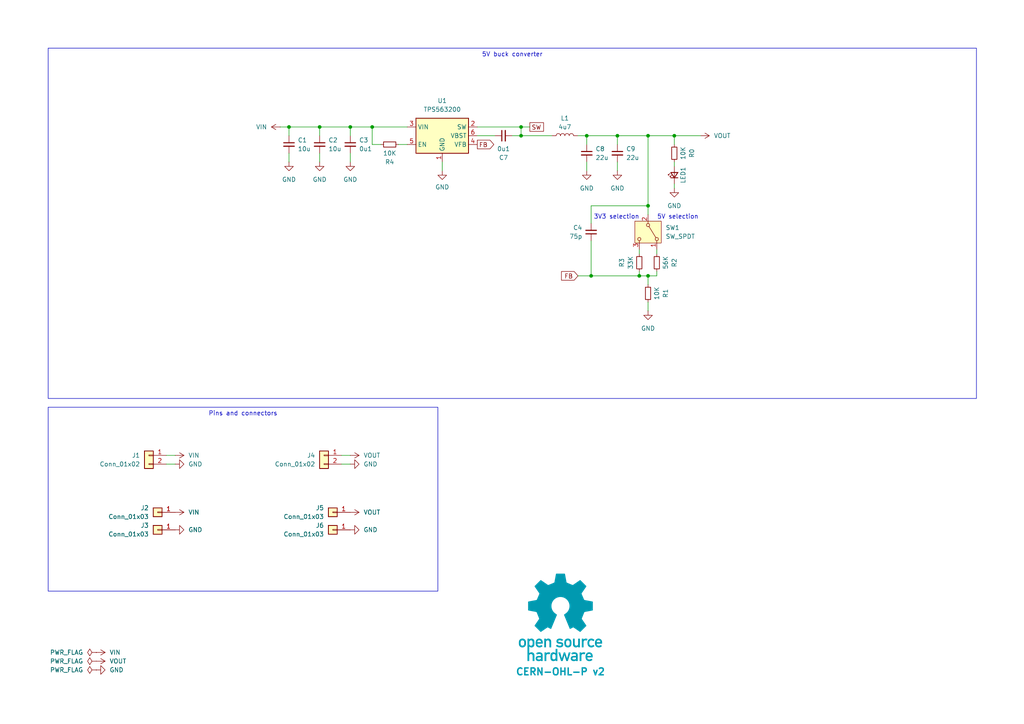
<source format=kicad_sch>
(kicad_sch (version 20231120) (generator "eeschema") (generator_version "8.0")
  (paper "A4")
  (lib_symbols
    (symbol "Connector_Generic:Conn_01x01" (pin_names (offset 1.016) hide)
      (property "Reference" "J" (at 0 2.54 0))
      (property "Value" "Conn_01x01" (at 0 -2.54 0))
      (symbol "Conn_01x01_1_1"
        (rectangle (start -1.27 0.127) (end 0 -0.127) (stroke (width 0.1524)))
        (rectangle (start -1.27 1.27) (end 1.27 -1.27) (stroke (width 0.254)) (fill (type background)))
        (pin passive line (at -5.08 0 0) (length 3.81) (name "Pin_1") (number "1"))
      )
    )
    (symbol "Connector_Generic:Conn_01x02" (pin_names (offset 1.016) hide)
      (property "Reference" "J" (at 0 2.54 0))
      (property "Value" "Conn_01x02" (at 0 -5.08 0))
      (symbol "Conn_01x02_1_1"
        (rectangle (start -1.27 -2.413) (end 0 -2.667) (stroke (width 0.1524)))
        (rectangle (start -1.27 0.127) (end 0 -0.127) (stroke (width 0.1524)))
        (rectangle (start -1.27 1.27) (end 1.27 -3.81) (stroke (width 0.254)) (fill (type background)))
        (pin passive line (at -5.08 0 0) (length 3.81) (name "Pin_1") (number "1"))
        (pin passive line (at -5.08 -2.54 0) (length 3.81) (name "Pin_2") (number "2"))
      )
    )
    (symbol "Device:C_Small" (pin_numbers hide) (pin_names (offset 0.254) hide)
      (property "Reference" "C" (at 0.254 1.778 0))
      (property "Value" "C_Small" (at 0.254 -2.032 0))
      (symbol "C_Small_0_1"
        (polyline (pts (xy -1.524 -0.508) (xy 1.524 -0.508)) (stroke (width 0.3302)))
        (polyline (pts (xy -1.524 0.508) (xy 1.524 0.508)) (stroke (width 0.3048)))
      )
      (symbol "C_Small_1_1"
        (pin passive line (at 0 2.54 270) (length 2.032) (name "~") (number "1"))
        (pin passive line (at 0 -2.54 90) (length 2.032) (name "~") (number "2"))
      )
    )
    (symbol "Device:L" (pin_numbers hide) (pin_names (offset 1.016) hide)
      (property "Reference" "L" (at -1.27 0 90))
      (property "Value" "L" (at 1.905 0 90))
      (symbol "L_0_1"
        (arc (start 0 -2.54) (mid 0.6323 -1.905) (end 0 -1.27))
        (arc (start 0 -1.27) (mid 0.6323 -0.635) (end 0 0))
        (arc (start 0 0) (mid 0.6323 0.635) (end 0 1.27))
        (arc (start 0 1.27) (mid 0.6323 1.905) (end 0 2.54))
      )
      (symbol "L_1_1"
        (pin passive line (at 0 3.81 270) (length 1.27) (name "1") (number "1"))
        (pin passive line (at 0 -3.81 90) (length 1.27) (name "2") (number "2"))
      )
    )
    (symbol "Device:LED_Small" (pin_numbers hide) (pin_names (offset 0.254) hide)
      (property "Reference" "D" (at -1.27 3.175 0))
      (property "Value" "LED_Small" (at -4.445 -2.54 0))
      (symbol "LED_Small_0_1"
        (polyline (pts (xy -0.762 -1.016) (xy -0.762 1.016)) (stroke (width 0.254)))
        (polyline (pts (xy 1.016 0) (xy -0.762 0)))
        (polyline (pts (xy 0.762 -1.016) (xy -0.762 0) (xy 0.762 1.016) (xy 0.762 -1.016)) (stroke (width 0.254)))
        (polyline (pts (xy 0 0.762) (xy -0.508 1.27) (xy -0.254 1.27) (xy -0.508 1.27) (xy -0.508 1.016)))
        (polyline (pts (xy 0.508 1.27) (xy 0 1.778) (xy 0.254 1.778) (xy 0 1.778) (xy 0 1.524)))
      )
      (symbol "LED_Small_1_1"
        (pin passive line (at -2.54 0 0) (length 1.778) (name "K") (number "1"))
        (pin passive line (at 2.54 0 180) (length 1.778) (name "A") (number "2"))
      )
    )
    (symbol "Device:R_Small" (pin_numbers hide) (pin_names (offset 0.254) hide)
      (property "Reference" "R" (at 0.762 0.508 0))
      (property "Value" "R_Small" (at 0.762 -1.016 0))
      (symbol "R_Small_0_1"
        (rectangle (start -0.762 1.778) (end 0.762 -1.778) (stroke (width 0.2032)))
      )
      (symbol "R_Small_1_1"
        (pin passive line (at 0 2.54 270) (length 0.762) (name "~") (number "1"))
        (pin passive line (at 0 -2.54 90) (length 0.762) (name "~") (number "2"))
      )
    )
    (symbol "Regulator_Switching:TPS563200"
      (property "Reference" "U" (at -7.62 6.35 0))
      (property "Value" "TPS563200" (at -2.54 6.35 0))
      (symbol "TPS563200_0_1"
        (rectangle (start -7.62 5.08) (end 7.62 -5.08) (stroke (width 0.254)) (fill (type background)))
      )
      (symbol "TPS563200_1_1"
        (pin power_in line (at 0 -7.62 90) (length 2.54) (name "GND") (number "1"))
        (pin output line (at 10.16 2.54 180) (length 2.54) (name "SW") (number "2"))
        (pin power_in line (at -10.16 2.54 0) (length 2.54) (name "VIN") (number "3"))
        (pin input line (at 10.16 -2.54 180) (length 2.54) (name "VFB") (number "4"))
        (pin input line (at -10.16 -2.54 0) (length 2.54) (name "EN") (number "5"))
        (pin passive line (at 10.16 0 180) (length 2.54) (name "VBST") (number "6"))
      )
    )
    (symbol "Switch:SW_SPDT" (pin_names (offset 0) hide)
      (property "Reference" "SW" (at 0 5.08 0))
      (property "Value" "SW_SPDT" (at 0 -5.08 0))
      (symbol "SW_SPDT_0_1"
        (circle (center -2.032 0) (radius 0.4572))
        (polyline (pts (xy -1.651 0.254) (xy 1.651 2.286)))
        (circle (center 2.032 -2.54) (radius 0.4572))
        (circle (center 2.032 2.54) (radius 0.4572))
      )
      (symbol "SW_SPDT_1_1"
        (rectangle (start -3.175 3.81) (end 3.175 -3.81) (fill (type background)))
        (pin passive line (at 5.08 2.54 180) (length 2.54) (name "A") (number "1"))
        (pin passive line (at -5.08 0 0) (length 2.54) (name "B") (number "2"))
        (pin passive line (at 5.08 -2.54 180) (length 2.54) (name "C") (number "3"))
      )
    )
    (symbol "power:GND" (power) (pin_numbers hide) (pin_names (offset 0) hide)
      (property "Value" "GND" (at 0 -3.81 0))
      (symbol "GND_0_1"
        (polyline (pts (xy 0 0) (xy 0 -1.27) (xy 1.27 -1.27) (xy 0 -2.54) (xy -1.27 -1.27) (xy 0 -1.27)))
      )
      (symbol "GND_1_1"
        (pin power_in line (at 0 0 270) (length 0) (name "~") (number "1"))
      )
    )
    (symbol "power:PWR_FLAG" (power) (pin_numbers hide) (pin_names (offset 0) hide)
      (property "Value" "PWR_FLAG" (at 0 3.81 0))
      (symbol "PWR_FLAG_0_0"
        (pin power_out line (at 0 0 90) (length 0) (name "~") (number "1"))
      )
      (symbol "PWR_FLAG_0_1"
        (polyline (pts (xy 0 0) (xy 0 1.27) (xy -1.016 1.905) (xy 0 2.54) (xy 1.016 1.905) (xy 0 1.27)))
      )
    )
    (symbol "power:VCC" (power) (pin_numbers hide) (pin_names (offset 0) hide)
      (property "Value" "VCC" (at 0 3.556 0))
      (symbol "VCC_0_1"
        (polyline (pts (xy -0.762 1.27) (xy 0 2.54)))
        (polyline (pts (xy 0 0) (xy 0 2.54)))
        (polyline (pts (xy 0 2.54) (xy 0.762 1.27)))
      )
      (symbol "VCC_1_1"
        (pin power_in line (at 0 0 90) (length 0) (name "~") (number "1"))
      )
    )
  )
  (junction (at 151.13 36.83))
  (junction (at 151.13 39.37))
  (junction (at 185.42 80.01))
  (junction (at 187.96 80.01))
  (junction (at 179.07 39.37))
  (junction (at 171.45 80.01))
  (junction (at 195.58 39.37))
  (junction (at 187.96 39.37))
  (junction (at 83.82 36.83))
  (junction (at 170.18 39.37))
  (junction (at 107.95 36.83))
  (junction (at 187.96 59.69))
  (junction (at 101.6 36.83))
  (junction (at 92.71 36.83))
  (wire (pts (xy 170.18 39.37) (xy 170.18 41.91)))
  (wire (pts (xy 115.57 41.91) (xy 118.11 41.91)))
  (wire (pts (xy 167.64 80.01) (xy 171.45 80.01)))
  (wire (pts (xy 92.71 36.83) (xy 101.6 36.83)))
  (wire (pts (xy 187.96 39.37) (xy 187.96 59.69)))
  (wire (pts (xy 128.27 49.53) (xy 128.27 46.99)))
  (wire (pts (xy 185.42 78.74) (xy 185.42 80.01)))
  (wire (pts (xy 187.96 39.37) (xy 195.58 39.37)))
  (wire (pts (xy 167.64 39.37) (xy 170.18 39.37)))
  (wire (pts (xy 171.45 69.85) (xy 171.45 80.01)))
  (wire (pts (xy 185.42 73.66) (xy 185.42 72.39)))
  (wire (pts (xy 203.2 39.37) (xy 195.58 39.37)))
  (wire (pts (xy 138.43 39.37) (xy 143.51 39.37)))
  (wire (pts (xy 92.71 39.37) (xy 92.71 36.83)))
  (wire (pts (xy 99.06 134.62) (xy 101.6 134.62)))
  (wire (pts (xy 195.58 46.99) (xy 195.58 48.26)))
  (wire (pts (xy 81.28 36.83) (xy 83.82 36.83)))
  (wire (pts (xy 171.45 59.69) (xy 187.96 59.69)))
  (wire (pts (xy 101.6 39.37) (xy 101.6 36.83)))
  (wire (pts (xy 101.6 132.08) (xy 99.06 132.08)))
  (wire (pts (xy 48.26 132.08) (xy 50.8 132.08)))
  (wire (pts (xy 171.45 64.77) (xy 171.45 59.69)))
  (wire (pts (xy 190.5 73.66) (xy 190.5 72.39)))
  (wire (pts (xy 171.45 80.01) (xy 185.42 80.01)))
  (wire (pts (xy 148.59 39.37) (xy 151.13 39.37)))
  (wire (pts (xy 151.13 36.83) (xy 153.67 36.83)))
  (wire (pts (xy 195.58 41.91) (xy 195.58 39.37)))
  (wire (pts (xy 107.95 41.91) (xy 110.49 41.91)))
  (wire (pts (xy 83.82 39.37) (xy 83.82 36.83)))
  (wire (pts (xy 179.07 41.91) (xy 179.07 39.37)))
  (wire (pts (xy 187.96 90.17) (xy 187.96 87.63)))
  (wire (pts (xy 187.96 59.69) (xy 187.96 62.23)))
  (wire (pts (xy 107.95 36.83) (xy 107.95 41.91)))
  (wire (pts (xy 101.6 46.99) (xy 101.6 44.45)))
  (wire (pts (xy 107.95 36.83) (xy 118.11 36.83)))
  (wire (pts (xy 170.18 39.37) (xy 179.07 39.37)))
  (wire (pts (xy 151.13 36.83) (xy 151.13 39.37)))
  (wire (pts (xy 92.71 46.99) (xy 92.71 44.45)))
  (wire (pts (xy 185.42 80.01) (xy 187.96 80.01)))
  (wire (pts (xy 187.96 39.37) (xy 179.07 39.37)))
  (wire (pts (xy 101.6 36.83) (xy 107.95 36.83)))
  (wire (pts (xy 48.26 134.62) (xy 50.8 134.62)))
  (wire (pts (xy 83.82 36.83) (xy 92.71 36.83)))
  (wire (pts (xy 190.5 80.01) (xy 187.96 80.01)))
  (wire (pts (xy 190.5 78.74) (xy 190.5 80.01)))
  (wire (pts (xy 179.07 49.53) (xy 179.07 46.99)))
  (wire (pts (xy 138.43 36.83) (xy 151.13 36.83)))
  (wire (pts (xy 187.96 80.01) (xy 187.96 82.55)))
  (wire (pts (xy 170.18 49.53) (xy 170.18 46.99)))
  (wire (pts (xy 83.82 46.99) (xy 83.82 44.45)))
  (wire (pts (xy 195.58 54.61) (xy 195.58 53.34)))
  (wire (pts (xy 151.13 39.37) (xy 160.02 39.37)))
  (image (at 162.56 179.07) (scale 0.37481))
  (text_box "Pins and connectors" (at 13.97 118.11 0) (size 113.03 53.34) (effects (font (size 1.27 1.27)) (justify top)))
  (text_box "5V buck converter\n" (at 13.97 13.97 0) (size 269.24 101.6) (effects (font (size 1.27 1.27)) (justify top)))
  (text "CERN-OHL-P v2" (at 162.56 195.072 0) (effects (font (size 2 2) (thickness 0.4) (bold yes))))
  (text "3V3 selection" (at 178.816 62.992 0) (effects (font (size 1.27 1.27))))
  (text "5V selection" (at 196.596 62.992 0) (effects (font (size 1.27 1.27))))
  (global_label "SW" (shape passive) (at 153.67 36.83 0) (property "Intersheetrefs" "${INTERSHEET_REFS}" (effects (hide yes))))
  (global_label "FB" (shape output) (at 138.43 41.91 0) (property "Intersheetrefs" "${INTERSHEET_REFS}" (effects (hide yes))))
  (global_label "FB" (shape input) (at 167.64 80.01 180) (property "Intersheetrefs" "${INTERSHEET_REFS}" (effects (hide yes))))
  (symbol (lib_id "Device:C_Small") (at 146.05 39.37 90) (mirror x) (unit 1)
    (property "Reference" "C7" (at 146.0563 45.72 90))
    (property "Value" "0u1" (at 146.0563 43.18 90))
    (property "Footprint" "custom:C_0603_1608Metric_Pad1.08x0.95mm_HandSolder" (effects (hide yes)))
    (property "Description" "Unpolarized capacitor, small symbol" (effects (hide yes)))
  )
  (symbol (lib_id "Regulator_Switching:TPS563200") (at 128.27 39.37 0) (unit 1)
    (property "Reference" "U1" (at 128.27 29.21 0))
    (property "Value" "TPS563200" (at 128.27 31.75 0))
    (property "Footprint" "custom:SOT-23-6_Handsoldering_simple" (effects (hide yes)))
    (property "Datasheet" "http://www.ti.com/lit/ds/symlink/tps563200.pdf" (effects (hide yes)))
    (property "Description" "3A Synchronous Step-Down Voltage Regulator, Adjustable Output Voltage, 4.5-17V Input Voltage, SOT-23-6" (effects (hide yes)))
  )
  (symbol (lib_id "Device:C_Small") (at 101.6 41.91 0) (unit 1)
    (property "Reference" "C3" (at 104.14 40.6462 0) (effects (justify left)))
    (property "Value" "0u1" (at 104.14 43.1862 0) (effects (justify left)))
    (property "Footprint" "custom:C_0603_1608Metric_Pad1.08x0.95mm_HandSolder" (effects (hide yes)))
    (property "Description" "Unpolarized capacitor, small symbol" (effects (hide yes)))
  )
  (symbol (lib_id "Device:LED_Small") (at 195.58 50.8 90) (unit 1)
    (property "Reference" "LED1" (at 198.12 50.8 0))
    (property "Value" "LED_Small" (effects (hide yes)))
    (property "Footprint" "custom:LED_0603_1608Metric_Pad1.05x0.95mm_HandSolder_simple" (effects (hide yes)))
    (property "Description" "Light emitting diode, small symbol" (effects (hide yes)))
  )
  (symbol (lib_id "power:GND") (at 179.07 49.53 0) (unit 1)
    (property "Reference" "#PWR017" (effects (hide yes)))
    (property "Value" "GND" (at 179.07 54.61 0))
    (property "Description" "Power symbol creates a global label with name \"GND\" , ground" (effects (hide yes)))
  )
  (symbol (lib_id "power:VCC") (at 101.6 148.59 270) (mirror x) (unit 1)
    (property "Reference" "#PWR013" (effects (hide yes)))
    (property "Value" "VOUT" (at 105.41 148.5899 90) (effects (justify left)))
    (property "Description" "Power symbol creates a global label with name \"VCC\"" (effects (hide yes)))
  )
  (symbol (lib_id "Device:R_Small") (at 190.5 76.2 0) (mirror x) (unit 1)
    (property "Reference" "R2" (at 195.58 76.2 90))
    (property "Value" "56K" (at 193.04 76.2 90))
    (property "Footprint" "Resistor_SMD:R_0603_1608Metric_Pad0.98x0.95mm_HandSolder" (effects (hide yes)))
    (property "Description" "Resistor, small symbol" (effects (hide yes)))
  )
  (symbol (lib_id "power:PWR_FLAG") (at 27.94 189.23 90) (unit 1)
    (property "Reference" "#FLG03" (effects (hide yes)))
    (property "Value" "PWR_FLAG" (at 24.13 189.2299 90) (effects (justify left)))
    (property "Description" "Special symbol for telling ERC where power comes from" (effects (hide yes)))
  )
  (symbol (lib_id "power:GND") (at 170.18 49.53 0) (unit 1)
    (property "Reference" "#PWR016" (effects (hide yes)))
    (property "Value" "GND" (at 170.18 54.61 0))
    (property "Description" "Power symbol creates a global label with name \"GND\" , ground" (effects (hide yes)))
  )
  (symbol (lib_id "Connector_Generic:Conn_01x01") (at 45.72 148.59 0) (mirror y) (unit 1)
    (property "Reference" "J2" (at 43.18 147.3199 0) (effects (justify left)))
    (property "Value" "Conn_01x03" (at 43.18 149.8599 0) (effects (justify left)))
    (property "Footprint" "custom:PinHeader_1x01_P2.54mm_simple" (effects (hide yes)))
    (property "Description" "Generic connector, single row, 01x01, script generated (kicad-library-utils/schlib/autogen/connector/)" (effects (hide yes)))
  )
  (symbol (lib_id "power:GND") (at 101.6 153.67 90) (mirror x) (unit 1)
    (property "Reference" "#PWR014" (effects (hide yes)))
    (property "Value" "GND" (at 105.41 153.6699 90) (effects (justify right)))
    (property "Description" "Power symbol creates a global label with name \"GND\" , ground" (effects (hide yes)))
  )
  (symbol (lib_id "Connector_Generic:Conn_01x01") (at 45.72 153.67 0) (mirror y) (unit 1)
    (property "Reference" "J3" (at 43.18 152.3999 0) (effects (justify left)))
    (property "Value" "Conn_01x03" (at 43.18 154.9399 0) (effects (justify left)))
    (property "Footprint" "custom:PinHeader_1x01_P2.54mm_simple_square" (effects (hide yes)))
    (property "Description" "Generic connector, single row, 01x01, script generated (kicad-library-utils/schlib/autogen/connector/)" (effects (hide yes)))
  )
  (symbol (lib_id "Device:C_Small") (at 170.18 44.45 0) (unit 1)
    (property "Reference" "C8" (at 172.72 43.1862 0) (effects (justify left)))
    (property "Value" "22u" (at 172.72 45.7262 0) (effects (justify left)))
    (property "Footprint" "custom:C_0805_2012Metric_Pad1.18x1.45mm_HandSolder" (effects (hide yes)))
    (property "Description" "Unpolarized capacitor, small symbol" (effects (hide yes)))
  )
  (symbol (lib_id "power:VCC") (at 27.94 191.77 270) (unit 1)
    (property "Reference" "#PWR01" (effects (hide yes)))
    (property "Value" "VOUT" (at 31.75 191.7699 90) (effects (justify left)))
    (property "Description" "Power symbol creates a global label with name \"VCC\"" (effects (hide yes)))
  )
  (symbol (lib_id "Device:C_Small") (at 171.45 67.31 0) (mirror x) (unit 1)
    (property "Reference" "C4" (at 168.91 66.0335 0) (effects (justify right)))
    (property "Value" "75p" (at 168.91 68.5735 0) (effects (justify right)))
    (property "Footprint" "custom:C_0603_1608Metric_Pad1.08x0.95mm_HandSolder" (effects (hide yes)))
    (property "Description" "Unpolarized capacitor, small symbol" (effects (hide yes)))
  )
  (symbol (lib_id "power:GND") (at 128.27 49.53 0) (unit 1)
    (property "Reference" "#PWR015" (effects (hide yes)))
    (property "Value" "GND" (at 128.27 54.2601 0))
    (property "Description" "Power symbol creates a global label with name \"GND\" , ground" (effects (hide yes)))
  )
  (symbol (lib_id "power:VCC") (at 101.6 132.08 270) (mirror x) (unit 1)
    (property "Reference" "#PWR011" (effects (hide yes)))
    (property "Value" "VOUT" (at 105.41 132.0799 90) (effects (justify left)))
    (property "Description" "Power symbol creates a global label with name \"VCC\"" (effects (hide yes)))
  )
  (symbol (lib_id "Device:R_Small") (at 185.42 76.2 0) (mirror y) (unit 1)
    (property "Reference" "R3" (at 180.34 76.2 90))
    (property "Value" "33K" (at 182.88 76.2 90))
    (property "Footprint" "Resistor_SMD:R_0603_1608Metric_Pad0.98x0.95mm_HandSolder" (effects (hide yes)))
    (property "Description" "Resistor, small symbol" (effects (hide yes)))
  )
  (symbol (lib_id "power:GND") (at 27.94 194.31 90) (unit 1)
    (property "Reference" "#PWR02" (effects (hide yes)))
    (property "Value" "GND" (at 31.75 194.3099 90) (effects (justify right)))
    (property "Description" "Power symbol creates a global label with name \"GND\" , ground" (effects (hide yes)))
  )
  (symbol (lib_id "power:GND") (at 50.8 134.62 90) (mirror x) (unit 1)
    (property "Reference" "#PWR05" (effects (hide yes)))
    (property "Value" "GND" (at 54.61 134.6199 90) (effects (justify right)))
    (property "Description" "Power symbol creates a global label with name \"GND\" , ground" (effects (hide yes)))
  )
  (symbol (lib_id "Connector_Generic:Conn_01x01") (at 96.52 153.67 0) (mirror y) (unit 1)
    (property "Reference" "J6" (at 93.98 152.3999 0) (effects (justify left)))
    (property "Value" "Conn_01x03" (at 93.98 154.9399 0) (effects (justify left)))
    (property "Footprint" "custom:PinHeader_1x01_P2.54mm_simple_square" (effects (hide yes)))
    (property "Description" "Generic connector, single row, 01x01, script generated (kicad-library-utils/schlib/autogen/connector/)" (effects (hide yes)))
  )
  (symbol (lib_id "Device:L") (at 163.83 39.37 90) (unit 1)
    (property "Reference" "L1" (at 163.83 34.29 90))
    (property "Value" "4u7" (at 163.83 36.83 90))
    (property "Footprint" "custom:Inductor_Multi_5.2x5.7_2x2.5" (effects (hide yes)))
    (property "Description" "Inductor" (effects (hide yes)))
  )
  (symbol (lib_id "power:VCC") (at 81.28 36.83 90) (unit 1)
    (property "Reference" "#PWR08" (effects (hide yes)))
    (property "Value" "VIN" (at 77.47 36.8299 90) (effects (justify left)))
    (property "Description" "Power symbol creates a global label with name \"VCC\"" (effects (hide yes)))
  )
  (symbol (lib_id "power:VCC") (at 50.8 148.59 270) (mirror x) (unit 1)
    (property "Reference" "#PWR06" (effects (hide yes)))
    (property "Value" "VIN" (at 54.61 148.5899 90) (effects (justify left)))
    (property "Description" "Power symbol creates a global label with name \"VCC\"" (effects (hide yes)))
  )
  (symbol (lib_id "Switch:SW_SPDT") (at 187.96 67.31 270) (unit 1)
    (property "Reference" "SW1" (at 193.04 66.0399 90) (effects (justify left)))
    (property "Value" "SW_SPDT" (at 193.04 68.5799 90) (effects (justify left)))
    (property "Footprint" "lcsc:SW-SMD_3P-P1.50_L2.7-W6.6" (effects (hide yes)))
    (property "Description" "Switch, single pole double throw" (effects (hide yes)))
  )
  (symbol (lib_id "power:GND") (at 101.6 46.99 0) (unit 1)
    (property "Reference" "#PWR010" (effects (hide yes)))
    (property "Value" "GND" (at 101.6 52.07 0))
    (property "Description" "Power symbol creates a global label with name \"GND\" , ground" (effects (hide yes)))
  )
  (symbol (lib_id "power:VCC") (at 50.8 132.08 270) (mirror x) (unit 1)
    (property "Reference" "#PWR04" (effects (hide yes)))
    (property "Value" "VIN" (at 54.61 132.0799 90) (effects (justify left)))
    (property "Description" "Power symbol creates a global label with name \"VCC\"" (effects (hide yes)))
  )
  (symbol (lib_id "power:GND") (at 101.6 134.62 90) (mirror x) (unit 1)
    (property "Reference" "#PWR012" (effects (hide yes)))
    (property "Value" "GND" (at 105.41 134.6199 90) (effects (justify right)))
    (property "Description" "Power symbol creates a global label with name \"GND\" , ground" (effects (hide yes)))
  )
  (symbol (lib_id "Device:R_Small") (at 113.03 41.91 90) (mirror x) (unit 1)
    (property "Reference" "R4" (at 113.03 46.99 90))
    (property "Value" "10K" (at 113.03 44.45 90))
    (property "Footprint" "Resistor_SMD:R_0603_1608Metric_Pad0.98x0.95mm_HandSolder" (effects (hide yes)))
    (property "Description" "Resistor, small symbol" (effects (hide yes)))
  )
  (symbol (lib_id "power:VCC") (at 27.94 189.23 270) (unit 1)
    (property "Reference" "#PWR03" (effects (hide yes)))
    (property "Value" "VIN" (at 31.75 189.2299 90) (effects (justify left)))
    (property "Description" "Power symbol creates a global label with name \"VCC\"" (effects (hide yes)))
  )
  (symbol (lib_id "power:PWR_FLAG") (at 27.94 191.77 90) (unit 1)
    (property "Reference" "#FLG01" (effects (hide yes)))
    (property "Value" "PWR_FLAG" (at 24.13 191.7699 90) (effects (justify left)))
    (property "Description" "Special symbol for telling ERC where power comes from" (effects (hide yes)))
  )
  (symbol (lib_id "Connector_Generic:Conn_01x02") (at 93.98 132.08 0) (mirror y) (unit 1)
    (property "Reference" "J4" (at 91.44 132.0799 0) (effects (justify left)))
    (property "Value" "Conn_01x02" (at 91.44 134.6199 0) (effects (justify left)))
    (property "Footprint" "custom:Conn_Combo_JST-1x02-XH_PH-THT-pad2gnd" (effects (hide yes)))
    (property "Description" "Generic connector, single row, 01x02, script generated (kicad-library-utils/schlib/autogen/connector/)" (effects (hide yes)))
  )
  (symbol (lib_id "power:GND") (at 50.8 153.67 90) (mirror x) (unit 1)
    (property "Reference" "#PWR07" (effects (hide yes)))
    (property "Value" "GND" (at 54.61 153.6699 90) (effects (justify right)))
    (property "Description" "Power symbol creates a global label with name \"GND\" , ground" (effects (hide yes)))
  )
  (symbol (lib_id "Device:C_Small") (at 92.71 41.91 0) (unit 1)
    (property "Reference" "C2" (at 95.25 40.6462 0) (effects (justify left)))
    (property "Value" "10u" (at 95.25 43.1862 0) (effects (justify left)))
    (property "Footprint" "custom:C_0603_1608Metric_Pad1.08x0.95mm_HandSolder" (effects (hide yes)))
    (property "Description" "Unpolarized capacitor, small symbol" (effects (hide yes)))
  )
  (symbol (lib_id "Connector_Generic:Conn_01x02") (at 43.18 132.08 0) (mirror y) (unit 1)
    (property "Reference" "J1" (at 40.64 132.0799 0) (effects (justify left)))
    (property "Value" "Conn_01x02" (at 40.64 134.6199 0) (effects (justify left)))
    (property "Footprint" "custom:Conn_Combo_JST-1x02-XH_PH-THT-pad2gnd" (effects (hide yes)))
    (property "Description" "Generic connector, single row, 01x02, script generated (kicad-library-utils/schlib/autogen/connector/)" (effects (hide yes)))
  )
  (symbol (lib_id "Device:R_Small") (at 195.58 44.45 0) (mirror x) (unit 1)
    (property "Reference" "R0" (at 200.66 44.45 90))
    (property "Value" "10K" (at 198.12 44.45 90))
    (property "Footprint" "Resistor_SMD:R_0603_1608Metric_Pad0.98x0.95mm_HandSolder" (effects (hide yes)))
    (property "Description" "Resistor, small symbol" (effects (hide yes)))
  )
  (symbol (lib_id "Device:R_Small") (at 187.96 85.09 0) (mirror x) (unit 1)
    (property "Reference" "R1" (at 193.04 85.09 90))
    (property "Value" "10K" (at 190.5 85.09 90))
    (property "Footprint" "Resistor_SMD:R_0603_1608Metric_Pad0.98x0.95mm_HandSolder" (effects (hide yes)))
    (property "Description" "Resistor, small symbol" (effects (hide yes)))
  )
  (symbol (lib_id "Device:C_Small") (at 179.07 44.45 0) (unit 1)
    (property "Reference" "C9" (at 181.61 43.1862 0) (effects (justify left)))
    (property "Value" "22u" (at 181.61 45.7262 0) (effects (justify left)))
    (property "Footprint" "custom:C_0805_2012Metric_Pad1.18x1.45mm_HandSolder" (effects (hide yes)))
    (property "Description" "Unpolarized capacitor, small symbol" (effects (hide yes)))
  )
  (symbol (lib_id "power:PWR_FLAG") (at 27.94 194.31 90) (unit 1)
    (property "Reference" "#FLG02" (effects (hide yes)))
    (property "Value" "PWR_FLAG" (at 24.13 194.3099 90) (effects (justify left)))
    (property "Description" "Special symbol for telling ERC where power comes from" (effects (hide yes)))
  )
  (symbol (lib_id "power:GND") (at 187.96 90.17 0) (unit 1)
    (property "Reference" "#PWR020" (effects (hide yes)))
    (property "Value" "GND" (at 187.96 95.25 0))
    (property "Description" "Power symbol creates a global label with name \"GND\" , ground" (effects (hide yes)))
  )
  (symbol (lib_id "power:VCC") (at 203.2 39.37 270) (unit 1)
    (property "Reference" "#PWR018" (effects (hide yes)))
    (property "Value" "VOUT" (at 207.01 39.3701 90) (effects (justify left)))
    (property "Description" "Power symbol creates a global label with name \"VCC\"" (effects (hide yes)))
  )
  (symbol (lib_id "Device:C_Small") (at 83.82 41.91 0) (unit 1)
    (property "Reference" "C1" (at 86.36 40.6462 0) (effects (justify left)))
    (property "Value" "10u" (at 86.36 43.1862 0) (effects (justify left)))
    (property "Footprint" "custom:C_0603_1608Metric_Pad1.08x0.95mm_HandSolder" (effects (hide yes)))
    (property "Description" "Unpolarized capacitor, small symbol" (effects (hide yes)))
  )
  (symbol (lib_id "power:GND") (at 83.82 46.99 0) (unit 1)
    (property "Reference" "#PWR09" (effects (hide yes)))
    (property "Value" "GND" (at 83.82 52.07 0))
    (property "Description" "Power symbol creates a global label with name \"GND\" , ground" (effects (hide yes)))
  )
  (symbol (lib_id "Connector_Generic:Conn_01x01") (at 96.52 148.59 0) (mirror y) (unit 1)
    (property "Reference" "J5" (at 93.98 147.3199 0) (effects (justify left)))
    (property "Value" "Conn_01x03" (at 93.98 149.8599 0) (effects (justify left)))
    (property "Footprint" "custom:PinHeader_1x01_P2.54mm_simple" (effects (hide yes)))
    (property "Description" "Generic connector, single row, 01x01, script generated (kicad-library-utils/schlib/autogen/connector/)" (effects (hide yes)))
  )
  (symbol (lib_id "power:GND") (at 195.58 54.61 0) (unit 1)
    (property "Reference" "#PWR019" (effects (hide yes)))
    (property "Value" "GND" (at 195.58 59.69 0))
    (property "Description" "Power symbol creates a global label with name \"GND\" , ground" (effects (hide yes)))
  )
  (symbol (lib_id "power:GND") (at 92.71 46.99 0) (unit 1)
    (property "Reference" "#PWR021" (effects (hide yes)))
    (property "Value" "GND" (at 92.71 52.07 0))
    (property "Description" "Power symbol creates a global label with name \"GND\" , ground" (effects (hide yes)))
  )
)
</source>
